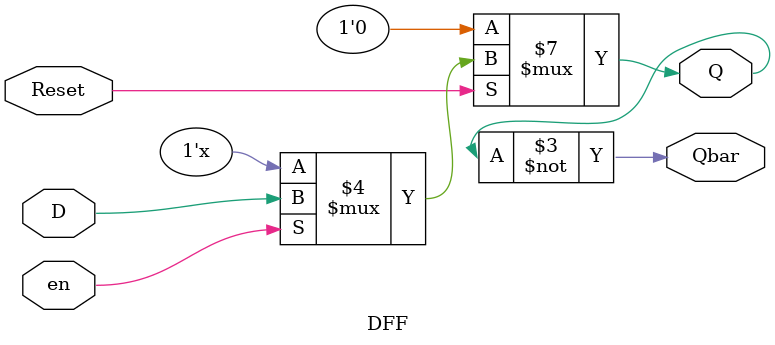
<source format=v>
`timescale 1ns/10ps
module DFF( Q,Qbar,D,en,Reset);
output reg Q;
output Qbar;
input D,en,Reset;
always @ (en or Reset or D) 
if (!Reset) 
Q <= 0; 
else 
if (en) 
Q <= D; 
assign Qbar = ~Q;
endmodule
</source>
